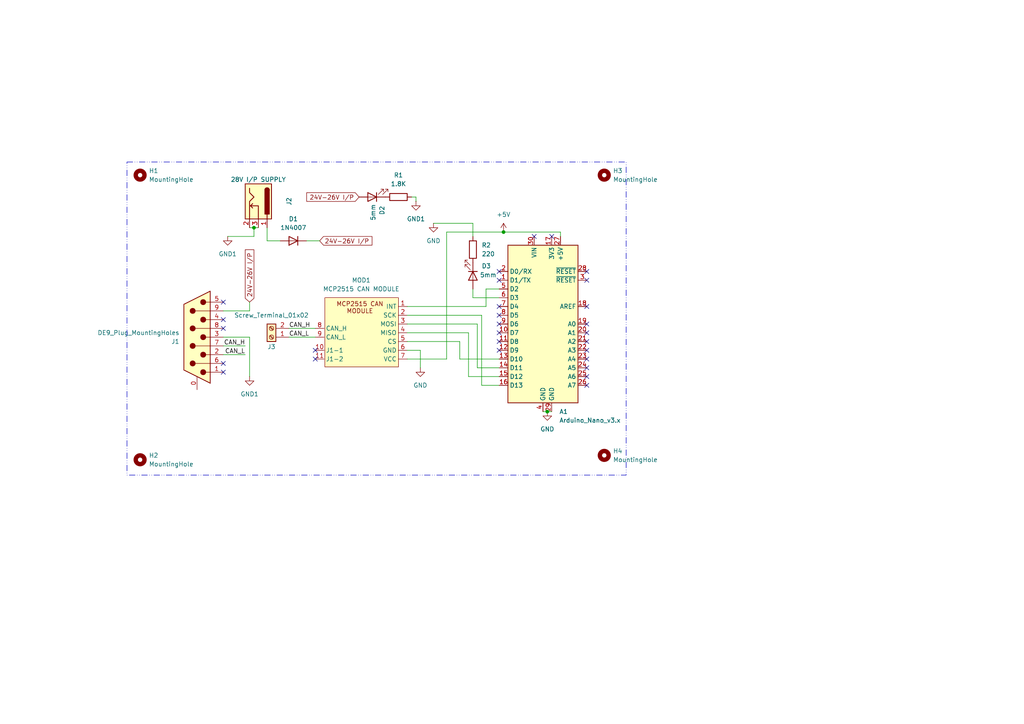
<source format=kicad_sch>
(kicad_sch (version 20231120) (generator "eeschema") (generator_version "8.0")
  (paper "A4")
  (lib_symbols
    (symbol "Connector:Barrel_Jack_Switch" (pin_names hide)
      (property "Reference" "J" (at 0 5.334 0))
      (property "Value" "Barrel_Jack_Switch" (at 0 -5.08 0))
      (symbol "Barrel_Jack_Switch_0_1"
        (rectangle (start -5.08 3.81) (end 5.08 -3.81) (stroke (width 0.254)) (fill (type background)))
        (arc (start -3.302 3.175) (mid -3.9343 2.54) (end -3.302 1.905) (stroke (width 0.254)))
        (arc (start -3.302 3.175) (mid -3.9343 2.54) (end -3.302 1.905) (stroke (width 0.254)) (fill (type outline)))
        (polyline (pts (xy 1.27 -2.286) (xy 1.905 -1.651)) (stroke (width 0.254)))
        (polyline (pts (xy 5.08 2.54) (xy 3.81 2.54)) (stroke (width 0.254)))
        (polyline (pts (xy 5.08 0) (xy 1.27 0) (xy 1.27 -2.286) (xy 0.635 -1.651)) (stroke (width 0.254)))
        (polyline (pts (xy -3.81 -2.54) (xy -2.54 -2.54) (xy -1.27 -1.27) (xy 0 -2.54) (xy 2.54 -2.54) (xy 5.08 -2.54)) (stroke (width 0.254)))
        (rectangle (start 3.683 3.175) (end -3.302 1.905) (stroke (width 0.254)) (fill (type outline)))
      )
      (symbol "Barrel_Jack_Switch_1_1"
        (pin passive line (at 7.62 2.54 180) (length 2.54) (name "~") (number "1"))
        (pin passive line (at 7.62 -2.54 180) (length 2.54) (name "~") (number "2"))
        (pin passive line (at 7.62 0 180) (length 2.54) (name "~") (number "3"))
      )
    )
    (symbol "Connector:DE9_Plug_MountingHoles" (pin_names (offset 1.016) hide)
      (property "Reference" "J" (at 0 16.51 0))
      (property "Value" "DE9_Plug_MountingHoles" (at 0 14.605 0))
      (symbol "DE9_Plug_MountingHoles_0_1"
        (circle (center -1.778 -10.16) (radius 0.762) (fill (type outline)))
        (circle (center -1.778 -5.08) (radius 0.762) (fill (type outline)))
        (circle (center -1.778 0) (radius 0.762) (fill (type outline)))
        (circle (center -1.778 5.08) (radius 0.762) (fill (type outline)))
        (circle (center -1.778 10.16) (radius 0.762) (fill (type outline)))
        (polyline (pts (xy -3.81 -10.16) (xy -2.54 -10.16)))
        (polyline (pts (xy -3.81 -7.62) (xy 0.508 -7.62)))
        (polyline (pts (xy -3.81 -5.08) (xy -2.54 -5.08)))
        (polyline (pts (xy -3.81 -2.54) (xy 0.508 -2.54)))
        (polyline (pts (xy -3.81 0) (xy -2.54 0)))
        (polyline (pts (xy -3.81 2.54) (xy 0.508 2.54)))
        (polyline (pts (xy -3.81 5.08) (xy -2.54 5.08)))
        (polyline (pts (xy -3.81 7.62) (xy 0.508 7.62)))
        (polyline (pts (xy -3.81 10.16) (xy -2.54 10.16)))
        (polyline (pts (xy -3.81 -13.335) (xy -3.81 13.335) (xy 3.81 9.525) (xy 3.81 -9.525) (xy -3.81 -13.335)) (stroke (width 0.254)) (fill (type background)))
        (circle (center 1.27 -7.62) (radius 0.762) (fill (type outline)))
        (circle (center 1.27 -2.54) (radius 0.762) (fill (type outline)))
        (circle (center 1.27 2.54) (radius 0.762) (fill (type outline)))
        (circle (center 1.27 7.62) (radius 0.762) (fill (type outline)))
      )
      (symbol "DE9_Plug_MountingHoles_1_1"
        (pin passive line (at 0 -15.24 90) (length 3.81) (name "PAD") (number "0"))
        (pin passive line (at -7.62 -10.16 0) (length 3.81) (name "1") (number "1"))
        (pin passive line (at -7.62 -5.08 0) (length 3.81) (name "2") (number "2"))
        (pin passive line (at -7.62 0 0) (length 3.81) (name "3") (number "3"))
        (pin passive line (at -7.62 5.08 0) (length 3.81) (name "4") (number "4"))
        (pin passive line (at -7.62 10.16 0) (length 3.81) (name "5") (number "5"))
        (pin passive line (at -7.62 -7.62 0) (length 3.81) (name "6") (number "6"))
        (pin passive line (at -7.62 -2.54 0) (length 3.81) (name "7") (number "7"))
        (pin passive line (at -7.62 2.54 0) (length 3.81) (name "8") (number "8"))
        (pin passive line (at -7.62 7.62 0) (length 3.81) (name "9") (number "9"))
      )
    )
    (symbol "Connector:Screw_Terminal_01x02" (pin_names (offset 1.016) hide)
      (property "Reference" "J" (at 0 2.54 0))
      (property "Value" "Screw_Terminal_01x02" (at 0 -5.08 0))
      (symbol "Screw_Terminal_01x02_1_1"
        (rectangle (start -1.27 1.27) (end 1.27 -3.81) (stroke (width 0.254)) (fill (type background)))
        (circle (center 0 -2.54) (radius 0.635) (stroke (width 0.1524)))
        (polyline (pts (xy -0.5334 -2.2098) (xy 0.3302 -3.048)) (stroke (width 0.1524)))
        (polyline (pts (xy -0.5334 0.3302) (xy 0.3302 -0.508)) (stroke (width 0.1524)))
        (polyline (pts (xy -0.3556 -2.032) (xy 0.508 -2.8702)) (stroke (width 0.1524)))
        (polyline (pts (xy -0.3556 0.508) (xy 0.508 -0.3302)) (stroke (width 0.1524)))
        (circle (center 0 0) (radius 0.635) (stroke (width 0.1524)))
        (pin passive line (at -5.08 0 0) (length 3.81) (name "Pin_1") (number "1"))
        (pin passive line (at -5.08 -2.54 0) (length 3.81) (name "Pin_2") (number "2"))
      )
    )
    (symbol "Device:LED" (pin_numbers hide) (pin_names (offset 1.016) hide)
      (property "Reference" "D" (at 0 2.54 0))
      (property "Value" "LED" (at 0 -2.54 0))
      (symbol "LED_0_1"
        (polyline (pts (xy -1.27 -1.27) (xy -1.27 1.27)) (stroke (width 0.254)))
        (polyline (pts (xy -1.27 0) (xy 1.27 0)))
        (polyline (pts (xy 1.27 -1.27) (xy 1.27 1.27) (xy -1.27 0) (xy 1.27 -1.27)) (stroke (width 0.254)))
        (polyline (pts (xy -3.048 -0.762) (xy -4.572 -2.286) (xy -3.81 -2.286) (xy -4.572 -2.286) (xy -4.572 -1.524)))
        (polyline (pts (xy -1.778 -0.762) (xy -3.302 -2.286) (xy -2.54 -2.286) (xy -3.302 -2.286) (xy -3.302 -1.524)))
      )
      (symbol "LED_1_1"
        (pin passive line (at -3.81 0 0) (length 2.54) (name "K") (number "1"))
        (pin passive line (at 3.81 0 180) (length 2.54) (name "A") (number "2"))
      )
    )
    (symbol "Device:R" (pin_numbers hide) (pin_names (offset 0))
      (property "Reference" "R" (at 2.032 0 90))
      (property "Value" "R" (at 0 0 90))
      (symbol "R_0_1"
        (rectangle (start -1.016 -2.54) (end 1.016 2.54) (stroke (width 0.254)))
      )
      (symbol "R_1_1"
        (pin passive line (at 0 3.81 270) (length 1.27) (name "~") (number "1"))
        (pin passive line (at 0 -3.81 90) (length 1.27) (name "~") (number "2"))
      )
    )
    (symbol "Diode:1N4007" (pin_numbers hide) (pin_names hide)
      (property "Reference" "D" (at 0 2.54 0))
      (property "Value" "1N4007" (at 0 -2.54 0))
      (symbol "1N4007_0_1"
        (polyline (pts (xy -1.27 1.27) (xy -1.27 -1.27)) (stroke (width 0.254)))
        (polyline (pts (xy 1.27 0) (xy -1.27 0)))
        (polyline (pts (xy 1.27 1.27) (xy 1.27 -1.27) (xy -1.27 0) (xy 1.27 1.27)) (stroke (width 0.254)))
      )
      (symbol "1N4007_1_1"
        (pin passive line (at -3.81 0 0) (length 2.54) (name "K") (number "1"))
        (pin passive line (at 3.81 0 180) (length 2.54) (name "A") (number "2"))
      )
    )
    (symbol "MCU_Module:Arduino_Nano_v3.x"
      (property "Reference" "A" (at -10.16 23.495 0))
      (property "Value" "Arduino_Nano_v3.x" (at 5.08 -24.13 0))
      (symbol "Arduino_Nano_v3.x_0_1"
        (rectangle (start -10.16 22.86) (end 10.16 -22.86) (stroke (width 0.254)) (fill (type background)))
      )
      (symbol "Arduino_Nano_v3.x_1_1"
        (pin bidirectional line (at -12.7 12.7 0) (length 2.54) (name "D1/TX") (number "1"))
        (pin bidirectional line (at -12.7 -2.54 0) (length 2.54) (name "D7") (number "10"))
        (pin bidirectional line (at -12.7 -5.08 0) (length 2.54) (name "D8") (number "11"))
        (pin bidirectional line (at -12.7 -7.62 0) (length 2.54) (name "D9") (number "12"))
        (pin bidirectional line (at -12.7 -10.16 0) (length 2.54) (name "D10") (number "13"))
        (pin bidirectional line (at -12.7 -12.7 0) (length 2.54) (name "D11") (number "14"))
        (pin bidirectional line (at -12.7 -15.24 0) (length 2.54) (name "D12") (number "15"))
        (pin bidirectional line (at -12.7 -17.78 0) (length 2.54) (name "D13") (number "16"))
        (pin power_out line (at 2.54 25.4 270) (length 2.54) (name "3V3") (number "17"))
        (pin input line (at 12.7 5.08 180) (length 2.54) (name "AREF") (number "18"))
        (pin bidirectional line (at 12.7 0 180) (length 2.54) (name "A0") (number "19"))
        (pin bidirectional line (at -12.7 15.24 0) (length 2.54) (name "D0/RX") (number "2"))
        (pin bidirectional line (at 12.7 -2.54 180) (length 2.54) (name "A1") (number "20"))
        (pin bidirectional line (at 12.7 -5.08 180) (length 2.54) (name "A2") (number "21"))
        (pin bidirectional line (at 12.7 -7.62 180) (length 2.54) (name "A3") (number "22"))
        (pin bidirectional line (at 12.7 -10.16 180) (length 2.54) (name "A4") (number "23"))
        (pin bidirectional line (at 12.7 -12.7 180) (length 2.54) (name "A5") (number "24"))
        (pin bidirectional line (at 12.7 -15.24 180) (length 2.54) (name "A6") (number "25"))
        (pin bidirectional line (at 12.7 -17.78 180) (length 2.54) (name "A7") (number "26"))
        (pin power_out line (at 5.08 25.4 270) (length 2.54) (name "+5V") (number "27"))
        (pin input line (at 12.7 15.24 180) (length 2.54) (name "~{RESET}") (number "28"))
        (pin power_in line (at 2.54 -25.4 90) (length 2.54) (name "GND") (number "29"))
        (pin input line (at 12.7 12.7 180) (length 2.54) (name "~{RESET}") (number "3"))
        (pin power_in line (at -2.54 25.4 270) (length 2.54) (name "VIN") (number "30"))
        (pin power_in line (at 0 -25.4 90) (length 2.54) (name "GND") (number "4"))
        (pin bidirectional line (at -12.7 10.16 0) (length 2.54) (name "D2") (number "5"))
        (pin bidirectional line (at -12.7 7.62 0) (length 2.54) (name "D3") (number "6"))
        (pin bidirectional line (at -12.7 5.08 0) (length 2.54) (name "D4") (number "7"))
        (pin bidirectional line (at -12.7 2.54 0) (length 2.54) (name "D5") (number "8"))
        (pin bidirectional line (at -12.7 0 0) (length 2.54) (name "D6") (number "9"))
      )
    )
    (symbol "Mechanical:MountingHole" (pin_names (offset 1.016)) (exclude_from_sim yes) (in_bom no)
      (property "Reference" "H" (at 0 5.08 0))
      (property "Value" "MountingHole" (at 0 3.175 0))
      (symbol "MountingHole_0_1"
        (circle (center 0 0) (radius 1.27) (stroke (width 1.27)))
      )
    )
    (symbol "krati_symbol:MCP2515_CAN_MODULE"
      (property "Reference" "MOD" (at -6.858 1.016 0))
      (property "Value" "MCP2515 CAN MODULE" (at 0 0 0))
      (symbol "MCP2515_CAN_MODULE_1_1"
        (rectangle (start -8.89 0) (end 12.446 -20.066) (fill (type background)))
        (text "MCP2515 CAN\nMODULE" (at 2.286 -2.794 0) (effects (font (size 1.27 1.27))))
        (pin input line (at -11.43 -2.54 0) (length 2.54) (name "INT") (number "1"))
        (pin input line (at 15.24 -15.24 180) (length 2.54) (name "J1-1") (number "10"))
        (pin input line (at 15.24 -17.78 180) (length 2.54) (name "J1-2") (number "11"))
        (pin input line (at -11.43 -5.08 0) (length 2.54) (name "SCK") (number "2"))
        (pin input line (at -11.43 -7.62 0) (length 2.54) (name "MOSI") (number "3"))
        (pin input line (at -11.43 -10.16 0) (length 2.54) (name "MISO") (number "4"))
        (pin input line (at -11.43 -12.7 0) (length 2.54) (name "CS") (number "5"))
        (pin input line (at -11.43 -15.24 0) (length 2.54) (name "GND") (number "6"))
        (pin input line (at -11.43 -17.78 0) (length 2.54) (name "VCC") (number "7"))
        (pin input line (at 15.24 -8.89 180) (length 2.54) (name "CAN_H") (number "8"))
        (pin input line (at 15.24 -11.43 180) (length 2.54) (name "CAN_L") (number "9"))
      )
    )
    (symbol "power:+5V" (power) (pin_numbers hide) (pin_names (offset 0) hide)
      (property "Value" "+5V" (at 0 3.556 0))
      (symbol "+5V_0_1"
        (polyline (pts (xy -0.762 1.27) (xy 0 2.54)))
        (polyline (pts (xy 0 0) (xy 0 2.54)))
        (polyline (pts (xy 0 2.54) (xy 0.762 1.27)))
      )
      (symbol "+5V_1_1"
        (pin power_in line (at 0 0 90) (length 0) (name "~") (number "1"))
      )
    )
    (symbol "power:GND" (power) (pin_numbers hide) (pin_names (offset 0) hide)
      (property "Value" "GND" (at 0 -3.81 0))
      (symbol "GND_0_1"
        (polyline (pts (xy 0 0) (xy 0 -1.27) (xy 1.27 -1.27) (xy 0 -2.54) (xy -1.27 -1.27) (xy 0 -1.27)))
      )
      (symbol "GND_1_1"
        (pin power_in line (at 0 0 270) (length 0) (name "~") (number "1"))
      )
    )
    (symbol "power:GND1" (power) (pin_numbers hide) (pin_names (offset 0) hide)
      (property "Value" "GND1" (at 0 -3.81 0))
      (symbol "GND1_0_1"
        (polyline (pts (xy 0 0) (xy 0 -1.27) (xy 1.27 -1.27) (xy 0 -2.54) (xy -1.27 -1.27) (xy 0 -1.27)))
      )
      (symbol "GND1_1_1"
        (pin power_in line (at 0 0 270) (length 0) (name "~") (number "1"))
      )
    )
  )
  (junction (at 158.75 119.38))
  (junction (at 146.05 67.31))
  (junction (at 73.66 66.04))
  (no_connect (at 170.18 81.28))
  (no_connect (at 170.18 99.06))
  (no_connect (at 154.94 68.58))
  (no_connect (at 91.44 101.6))
  (no_connect (at 170.18 93.98))
  (no_connect (at 144.78 101.6))
  (no_connect (at 170.18 106.68))
  (no_connect (at 170.18 109.22))
  (no_connect (at 64.77 87.63))
  (no_connect (at 170.18 88.9))
  (no_connect (at 144.78 81.28))
  (no_connect (at 144.78 78.74))
  (no_connect (at 144.78 96.52))
  (no_connect (at 144.78 93.98))
  (no_connect (at 160.02 68.58))
  (no_connect (at 144.78 99.06))
  (no_connect (at 170.18 104.14))
  (no_connect (at 144.78 91.44))
  (no_connect (at 64.77 105.41))
  (no_connect (at 64.77 95.25))
  (no_connect (at 170.18 101.6))
  (no_connect (at 144.78 88.9))
  (no_connect (at 91.44 104.14))
  (no_connect (at 64.77 92.71))
  (no_connect (at 64.77 107.95))
  (no_connect (at 170.18 78.74))
  (no_connect (at 170.18 96.52))
  (no_connect (at 170.18 111.76))
  (wire (pts (xy 125.73 64.77) (xy 137.16 64.77)))
  (wire (pts (xy 137.16 83.82) (xy 137.16 86.36)))
  (wire (pts (xy 120.65 57.15) (xy 119.38 57.15)))
  (wire (pts (xy 71.12 102.87) (xy 64.77 102.87)))
  (wire (pts (xy 129.54 67.31) (xy 146.05 67.31)))
  (wire (pts (xy 135.89 96.52) (xy 135.89 109.22)))
  (wire (pts (xy 77.47 69.85) (xy 77.47 66.04)))
  (wire (pts (xy 73.66 68.58) (xy 73.66 66.04)))
  (wire (pts (xy 158.75 119.38) (xy 160.02 119.38)))
  (wire (pts (xy 66.04 68.58) (xy 73.66 68.58)))
  (wire (pts (xy 129.54 104.14) (xy 129.54 67.31)))
  (wire (pts (xy 72.39 66.04) (xy 73.66 66.04)))
  (wire (pts (xy 133.35 104.14) (xy 144.78 104.14)))
  (wire (pts (xy 138.43 93.98) (xy 138.43 106.68)))
  (wire (pts (xy 135.89 109.22) (xy 144.78 109.22)))
  (wire (pts (xy 118.11 93.98) (xy 138.43 93.98)))
  (wire (pts (xy 140.97 88.9) (xy 140.97 83.82)))
  (wire (pts (xy 146.05 67.31) (xy 162.56 67.31)))
  (wire (pts (xy 83.82 97.79) (xy 91.44 97.79)))
  (wire (pts (xy 72.39 87.63) (xy 72.39 90.17)))
  (wire (pts (xy 118.11 88.9) (xy 140.97 88.9)))
  (wire (pts (xy 137.16 64.77) (xy 137.16 68.58)))
  (wire (pts (xy 118.11 104.14) (xy 129.54 104.14)))
  (wire (pts (xy 139.7 91.44) (xy 139.7 111.76)))
  (wire (pts (xy 118.11 96.52) (xy 135.89 96.52)))
  (wire (pts (xy 133.35 99.06) (xy 133.35 104.14)))
  (wire (pts (xy 157.48 119.38) (xy 158.75 119.38)))
  (wire (pts (xy 118.11 99.06) (xy 133.35 99.06)))
  (wire (pts (xy 73.66 66.04) (xy 74.93 66.04)))
  (wire (pts (xy 88.9 69.85) (xy 92.71 69.85)))
  (wire (pts (xy 120.65 58.42) (xy 120.65 57.15)))
  (wire (pts (xy 138.43 106.68) (xy 144.78 106.68)))
  (wire (pts (xy 83.82 95.25) (xy 91.44 95.25)))
  (wire (pts (xy 140.97 83.82) (xy 144.78 83.82)))
  (wire (pts (xy 72.39 109.22) (xy 72.39 97.79)))
  (wire (pts (xy 121.92 106.68) (xy 121.92 101.6)))
  (wire (pts (xy 77.47 69.85) (xy 81.28 69.85)))
  (wire (pts (xy 72.39 97.79) (xy 64.77 97.79)))
  (wire (pts (xy 137.16 86.36) (xy 144.78 86.36)))
  (wire (pts (xy 71.12 100.33) (xy 64.77 100.33)))
  (wire (pts (xy 121.92 101.6) (xy 118.11 101.6)))
  (wire (pts (xy 118.11 91.44) (xy 139.7 91.44)))
  (wire (pts (xy 72.39 90.17) (xy 64.77 90.17)))
  (wire (pts (xy 162.56 67.31) (xy 162.56 68.58)))
  (wire (pts (xy 139.7 111.76) (xy 144.78 111.76)))
  (rectangle (start 36.83 46.99) (end 181.61 137.795) (stroke (width 0) (type dash_dot_dot)))
  (label "CAN_H" (at 83.82 95.25 0))
  (label "CAN_L" (at 71.12 102.87 180))
  (label "CAN_L" (at 83.82 97.79 0))
  (label "CAN_H" (at 71.12 100.33 180))
  (global_label "24V-26V I{slash}P" (shape input) (at 104.14 57.15 180) (property "Intersheetrefs" "${INTERSHEET_REFS}" (effects (hide yes))))
  (global_label "24V-26V I{slash}P" (shape input) (at 72.39 87.63 90) (property "Intersheetrefs" "${INTERSHEET_REFS}" (effects (hide yes))))
  (global_label "24V-26V I{slash}P" (shape input) (at 92.71 69.85 0) (property "Intersheetrefs" "${INTERSHEET_REFS}" (effects (hide yes))))
  (symbol (lib_id "krati_symbol:MCP2515_CAN_MODULE") (at 106.68 86.36 0) (mirror y) (unit 1)
    (property "Reference" "MOD1" (at 104.775 81.28 0))
    (property "Value" "MCP2515 CAN MODULE" (at 104.775 83.82 0))
    (property "Footprint" "KRATI_footprint_library:MCP2515 CAN MODULE" (effects (hide yes)))
  )
  (symbol (lib_id "Mechanical:MountingHole") (at 175.26 132.08 0) (unit 1) (exclude_from_sim yes) (in_bom no)
    (property "Reference" "H4" (at 177.8 130.8099 0) (effects (justify left)))
    (property "Value" "MountingHole" (at 177.8 133.3499 0) (effects (justify left)))
    (property "Footprint" "MountingHole:MountingHole_3.2mm_M3" (effects (hide yes)))
    (property "Description" "Mounting Hole without connection" (effects (hide yes)))
  )
  (symbol (lib_id "power:GND") (at 158.75 119.38 0) (unit 1)
    (property "Reference" "#PWR07" (effects (hide yes)))
    (property "Value" "GND" (at 158.75 124.46 0))
    (property "Description" "Power symbol creates a global label with name \"GND\" , ground" (effects (hide yes)))
  )
  (symbol (lib_id "power:GND") (at 121.92 106.68 0) (unit 1)
    (property "Reference" "#PWR04" (effects (hide yes)))
    (property "Value" "GND" (at 121.92 111.76 0))
    (property "Description" "Power symbol creates a global label with name \"GND\" , ground" (effects (hide yes)))
  )
  (symbol (lib_id "Device:LED") (at 107.95 57.15 180) (unit 1)
    (property "Reference" "D2" (at 110.8076 59.69 90) (effects (justify left)))
    (property "Value" "5mm" (at 108.204 59.182 90) (effects (justify left)))
    (property "Footprint" "LED_THT:LED_D5.0mm" (effects (hide yes)))
    (property "Description" "Light emitting diode" (effects (hide yes)))
  )
  (symbol (lib_id "MCU_Module:Arduino_Nano_v3.x") (at 157.48 93.98 0) (unit 1)
    (property "Reference" "A1" (at 162.2141 119.38 0) (effects (justify left)))
    (property "Value" "Arduino_Nano_v3.x" (at 162.2141 121.92 0) (effects (justify left)))
    (property "Footprint" "Module:Arduino_Nano" (effects (hide yes)))
    (property "Datasheet" "http://www.mouser.com/pdfdocs/Gravitech_Arduino_Nano3_0.pdf" (effects (hide yes)))
    (property "Description" "Arduino Nano v3.x" (effects (hide yes)))
  )
  (symbol (lib_id "power:+5V") (at 146.05 67.31 0) (unit 1)
    (property "Reference" "#PWR06" (effects (hide yes)))
    (property "Value" "+5V" (at 146.05 62.23 0))
    (property "Description" "Power symbol creates a global label with name \"+5V\"" (effects (hide yes)))
  )
  (symbol (lib_id "power:GND1") (at 66.04 68.58 0) (unit 1)
    (property "Reference" "#PWR01" (effects (hide yes)))
    (property "Value" "GND1" (at 66.04 73.66 0))
    (property "Description" "Power symbol creates a global label with name \"GND1\" , ground" (effects (hide yes)))
  )
  (symbol (lib_id "Mechanical:MountingHole") (at 175.26 50.8 0) (unit 1) (exclude_from_sim yes) (in_bom no)
    (property "Reference" "H3" (at 177.8 49.5299 0) (effects (justify left)))
    (property "Value" "MountingHole" (at 177.8 52.0699 0) (effects (justify left)))
    (property "Footprint" "MountingHole:MountingHole_3.2mm_M3" (effects (hide yes)))
    (property "Description" "Mounting Hole without connection" (effects (hide yes)))
  )
  (symbol (lib_id "power:GND1") (at 120.65 58.42 0) (unit 1)
    (property "Reference" "#PWR03" (effects (hide yes)))
    (property "Value" "GND1" (at 120.65 63.5 0))
    (property "Description" "Power symbol creates a global label with name \"GND1\" , ground" (effects (hide yes)))
  )
  (symbol (lib_id "Mechanical:MountingHole") (at 40.64 133.35 0) (unit 1) (exclude_from_sim yes) (in_bom no)
    (property "Reference" "H2" (at 43.18 132.0799 0) (effects (justify left)))
    (property "Value" "MountingHole" (at 43.18 134.6199 0) (effects (justify left)))
    (property "Footprint" "MountingHole:MountingHole_3.2mm_M3" (effects (hide yes)))
    (property "Description" "Mounting Hole without connection" (effects (hide yes)))
  )
  (symbol (lib_id "Mechanical:MountingHole") (at 40.64 50.8 0) (unit 1) (exclude_from_sim yes) (in_bom no)
    (property "Reference" "H1" (at 43.18 49.5299 0) (effects (justify left)))
    (property "Value" "MountingHole" (at 43.18 52.0699 0) (effects (justify left)))
    (property "Footprint" "MountingHole:MountingHole_3.2mm_M3" (effects (hide yes)))
    (property "Description" "Mounting Hole without connection" (effects (hide yes)))
  )
  (symbol (lib_id "Device:R") (at 137.16 72.39 0) (unit 1)
    (property "Reference" "R2" (at 139.7 71.1199 0) (effects (justify left)))
    (property "Value" "220" (at 139.7 73.6599 0) (effects (justify left)))
    (property "Footprint" "Resistor_THT:R_Axial_DIN0207_L6.3mm_D2.5mm_P7.62mm_Horizontal" (effects (hide yes)))
    (property "Description" "Resistor" (effects (hide yes)))
  )
  (symbol (lib_id "power:GND") (at 125.73 64.77 0) (unit 1)
    (property "Reference" "#PWR05" (effects (hide yes)))
    (property "Value" "GND" (at 125.73 69.85 0))
    (property "Description" "Power symbol creates a global label with name \"GND\" , ground" (effects (hide yes)))
  )
  (symbol (lib_id "Connector:Barrel_Jack_Switch") (at 74.93 58.42 270) (unit 1)
    (property "Reference" "J2" (at 83.82 58.42 0))
    (property "Value" "28V I/P SUPPLY" (at 74.93 52.07 90))
    (property "Footprint" "Connector_BarrelJack:BarrelJack_Horizontal" (effects (hide yes)))
    (property "Description" "DC Barrel Jack with an internal switch" (effects (hide yes)))
  )
  (symbol (lib_id "Diode:1N4007") (at 85.09 69.85 180) (unit 1)
    (property "Reference" "D1" (at 85.09 63.5 0))
    (property "Value" "1N4007" (at 85.09 66.04 0))
    (property "Footprint" "Diode_THT:D_DO-41_SOD81_P10.16mm_Horizontal" (effects (hide yes)))
    (property "Datasheet" "http://www.vishay.com/docs/88503/1n4001.pdf" (effects (hide yes)))
    (property "Description" "1000V 1A General Purpose Rectifier Diode, DO-41" (effects (hide yes)))
    (property "Sim.Device" "D" (effects (hide yes)))
    (property "Sim.Pins" "1=K 2=A" (effects (hide yes)))
  )
  (symbol (lib_id "power:GND1") (at 72.39 109.22 0) (unit 1)
    (property "Reference" "#PWR02" (effects (hide yes)))
    (property "Value" "GND1" (at 72.39 114.3 0))
    (property "Description" "Power symbol creates a global label with name \"GND1\" , ground" (effects (hide yes)))
  )
  (symbol (lib_id "Connector:Screw_Terminal_01x02") (at 78.74 97.79 180) (unit 1)
    (property "Reference" "J3" (at 78.74 100.584 0))
    (property "Value" "Screw_Terminal_01x02" (at 78.74 91.44 0))
    (property "Footprint" "TerminalBlock_Phoenix:TerminalBlock_Phoenix_MKDS-1,5-2_1x02_P5.00mm_Horizontal" (effects (hide yes)))
    (property "Description" "Generic screw terminal, single row, 01x02, script generated (kicad-library-utils/schlib/autogen/connector/)" (effects (hide yes)))
  )
  (symbol (lib_id "Connector:DE9_Plug_MountingHoles") (at 57.15 97.79 0) (mirror y) (unit 1)
    (property "Reference" "J1" (at 52.07 99.0601 0) (effects (justify left)))
    (property "Value" "DE9_Plug_MountingHoles" (at 52.07 96.5201 0) (effects (justify left)))
    (property "Footprint" "Connector_Dsub:DSUB-9_Male_Horizontal_P2.77x2.84mm_EdgePinOffset7.70mm_Housed_MountingHolesOffset9.12mm" (effects (hide yes)))
    (property "Description" "9-pin male plug pin D-SUB connector, Mounting Hole" (effects (hide yes)))
  )
  (symbol (lib_id "Device:LED") (at 137.16 80.01 270) (unit 1)
    (property "Reference" "D3" (at 139.7 77.1524 90) (effects (justify left)))
    (property "Value" "5mm" (at 139.192 79.756 90) (effects (justify left)))
    (property "Footprint" "LED_THT:LED_D5.0mm" (effects (hide yes)))
    (property "Description" "Light emitting diode" (effects (hide yes)))
  )
  (symbol (lib_id "Device:R") (at 115.57 57.15 270) (unit 1)
    (property "Reference" "R1" (at 115.57 50.8 90))
    (property "Value" "1.8K" (at 115.57 53.34 90))
    (property "Footprint" "Resistor_THT:R_Axial_DIN0207_L6.3mm_D2.5mm_P7.62mm_Horizontal" (effects (hide yes)))
    (property "Description" "Resistor" (effects (hide yes)))
  )
)
</source>
